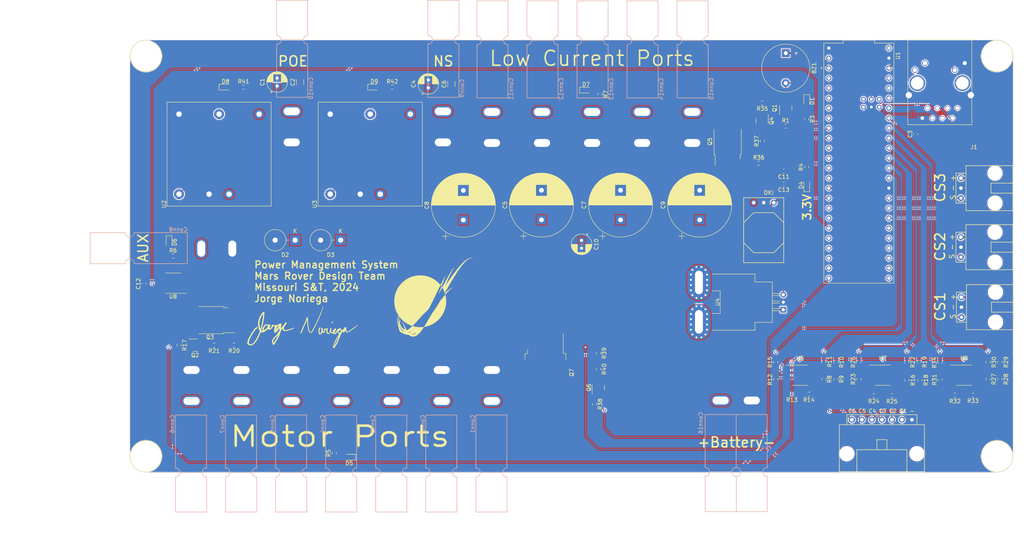
<source format=kicad_pcb>
(kicad_pcb (version 20221018) (generator pcbnew)
  (layers (0 "F.Cu" signal) (31 "B.Cu" signal) (34 "B.Paste" user) (35 "F.Paste" user) (36 "B.SilkS" user "B.Silkscreen") (37 "F.SilkS" user "F.Silkscreen") (38 "B.Mask" user) (39 "F.Mask" user) (44 "Edge.Cuts" user))
  (net 0 "")
  (net 1 "+3.3V")
  (net 2 "Net-(BZ1-+)")
  (net 3 "POE_24V")
  (net 4 "GND")
  (net 5 "Net-(C3-Pad2)")
  (net 6 "NS_24V")
  (net 7 "PV")
  (net 8 "Net-(U8-FILTER)")
  (net 9 "Motor_PWR")
  (net 10 "Aux_PWR")
  (net 11 "LowCurrent_PWR")
  (net 12 "+BATT")
  (net 13 "cell1")
  (net 14 "cell2")
  (net 15 "cell3")
  (net 16 "cell4")
  (net 17 "cell5")
  (net 18 "cell6")
  (net 19 "Net-(D1-A)")
  (net 20 "Net-(D4-A)")
  (net 21 "Net-(D5-A)")
  (net 22 "Net-(D6-A)")
  (net 23 "Net-(D7-A)")
  (net 24 "Net-(D8-A)")
  (net 25 "Net-(D9-A)")
  (net 27 "LED")
  (net 29 "TX+")
  (net 30 "TX-")
  (net 32 "RX+")
  (net 33 "RX-")
  (net 34 "CS3")
  (net 35 "Aux_Enable")
  (net 36 "Net-(Q2-D)")
  (net 37 "Net-(Q3-G)")
  (net 38 "Net-(Q3-D)")
  (net 39 "LowCurrent_Enable")
  (net 40 "Net-(Q4-D)")
  (net 41 "Net-(Q5-G)")
  (net 42 "Motor_Enable")
  (net 43 "Net-(Q6-D)")
  (net 44 "Net-(Q7-G)")
  (net 45 "Net-(U5B-+)")
  (net 46 "Net-(U5B--)")
  (net 47 "Cell6-SENSE")
  (net 48 "Net-(U5A-+)")
  (net 49 "Net-(U5A--)")
  (net 50 "Cell5-SENSE")
  (net 51 "Net-(U7B-+)")
  (net 52 "Net-(U7B--)")
  (net 53 "Cell4-SENSE")
  (net 54 "Net-(U7A-+)")
  (net 55 "Net-(U7A--)")
  (net 56 "Cell3-SENSE")
  (net 57 "Net-(U9B-+)")
  (net 58 "Net-(U9B--)")
  (net 59 "Cell2-SENSE")
  (net 60 "Net-(U9A-+)")
  (net 61 "Net-(U9A--)")
  (net 62 "Cell1-SENSE")
  (net 70 "NS_Enable")
  (net 71 "POE_Enable")
  (net 73 "CS_Aux")
  (net 79 "CURRENT_SENSE")
  (net 82 "CS2")
  (net 93 "CS1")
  (net 94 "Buzzer")
  (footprint "Resistor_SMD:R_0603_1608Metric_Pad0.98x0.95mm_HandSolder" (layer "F.Cu") (at 252.73 167.386 90)
    (fp_text reference "R26")
    (fp_text value "36.5k")
  )
  (footprint "Signatures:Jorge_Noriega_30mmx13.8mm" (layer "F.Cu") (at 111.128338 159.117966)
    (fp_text reference "G***" hide)
    (fp_text value "LOGO" hide)
  )
  (footprint "Resistor_SMD:R_0603_1608Metric_Pad0.98x0.95mm_HandSolder" (layer "F.Cu") (at 277.114 175.768 180)
    (fp_text reference "R32")
    (fp_text value "46.4k")
  )
  (footprint "Resistor_SMD:R_0603_1608Metric_Pad0.98x0.95mm_HandSolder" (layer "F.Cu") (at 228.2425 111.252 90)
    (fp_text reference "R37")
    (fp_text value "10K")
  )
  (footprint "Resistor_SMD:R_0603_1608Metric_Pad0.98x0.95mm_HandSolder" (layer "F.Cu") (at 285.531 167.386 90)
    (fp_text reference "R30")
    (fp_text value "36.5k")
  )
  (footprint "Resistor_SMD:R_0603_1608Metric_Pad0.98x0.95mm_HandSolder" (layer "F.Cu") (at 273.339 167.513 90)
    (fp_text reference "R34")
    (fp_text value "36.5k")
  )
  (footprint "Capacitor_SMD:C_1206_3216Metric_Pad1.33x1.80mm_HandSolder" (layer "F.Cu") (at 149.352 96.774 90)
    (fp_text reference "C6")
    (fp_text value "10uF")
  )
  (footprint "Package_TO_SOT_SMD:SOT-23" (layer "F.Cu") (at 84.4065 163.068)
    (fp_text reference "Q2")
    (fp_text value "BSS138")
  )
  (footprint "Resistor_SMD:R_0603_1608Metric_Pad0.98x0.95mm_HandSolder" (layer "F.Cu") (at 239.522 105.664 -90)
    (fp_text reference "R3")
    (fp_text value "100")
  )
  (footprint "Capacitor_THT:CP_Radial_D16.0mm_P7.50mm" (layer "F.Cu") (at 192.278 131.231509 90)
    (fp_text reference "C7")
    (fp_text value "1000uF")
  )
  (footprint "Resistor_SMD:R_0603_1608Metric_Pad0.98x0.95mm_HandSolder" (layer "F.Cu") (at 134.366 97.536)
    (fp_text reference "R42")
    (fp_text value "2k")
  )
  (footprint "Resistor_SMD:R_0603_1608Metric_Pad0.98x0.95mm_HandSolder" (layer "F.Cu") (at 119.634 190.5 90)
    (fp_text reference "R5")
    (fp_text value "3k")
  )
  (footprint "MRDT_Devices:PKE3316ZPI" (layer "F.Cu") (at 115.57 127.762 90)
    (fp_text reference "U3")
    (fp_text value "PKE3316ZPI")
  )
  (footprint "Capacitor_SMD:C_1206_3216Metric_Pad1.33x1.80mm_HandSolder" (layer "F.Cu") (at 110.998 96.266 90)
    (fp_text reference "C2")
    (fp_text value "10uF")
  )
  (footprint "Buzzer_Beeper:Buzzer_12x9.5RM7.6" (layer "F.Cu") (at 234.188 88.91 -90)
    (fp_text reference "BZ1")
    (fp_text value "Buzzer")
  )
  (footprint "MRDT_Drill_Holes:4_40_Hole" (layer "F.Cu") (at 71.882 191.262)
    (fp_text reference "V2" hide)
    (fp_text value "Via" hide)
  )
  (footprint "Sensor_Current:Allegro_CB_PFF" (layer "F.Cu") (at 233.567 154.046 90)
    (fp_text reference "U4")
    (fp_text value "ACS758xCB-200B-PFF")
  )
  (footprint "MRDT_Shields:Teensy_4_1_Ethernet" (layer "F.Cu") (at 252.73 116.84 -90)
    (fp_text reference "U1")
    (fp_text value "Teensy4.1_DEV-16771")
  )
  (footprint "Package_SO:SO-8_3.9x4.9mm_P1.27mm" (layer "F.Cu") (at 237.779 170.688)
    (fp_text reference "U5")
    (fp_text value "Opamp_Dual")
  )
  (footprint "Resistor_SMD:R_0603_1608Metric_Pad0.98x0.95mm_HandSolder" (layer "F.Cu") (at 235.747 175.514 180)
    (fp_text reference "R13")
    (fp_text value "46.4k")
  )
  (footprint "Capacitor_SMD:C_0603_1608Metric_Pad1.08x0.95mm_HandSolder" (layer "F.Cu") (at 233.68 118.872 180)
    (fp_text reference "C11")
    (fp_text value "10uF")
  )
  (footprint "LED_SMD:LED_0603_1608Metric_Pad1.05x0.95mm_HandSolder" (layer "F.Cu") (at 239.522 101.092 -90)
    (fp_text reference "D1")
    (fp_text value "Red")
  )
  (footprint "LED_SMD:LED_0603_1608Metric_Pad1.05x0.95mm_HandSolder" (layer "F.Cu") (at 123.444 191.516 180)
    (fp_text reference "D5")
    (fp_text value "Green")
  )
  (footprint "Package_TO_SOT_SMD:TO-263-6" (layer "F.Cu") (at 173.228 170.023 -90)
    (fp_text reference "Q7")
    (fp_text value "IPB180N10S4-02")
  )
  (footprint "Resistor_SMD:R_0603_1608Metric_Pad0.98x0.95mm_HandSolder" (layer "F.Cu") (at 231.648 171.704 90)
    (fp_text reference "R12")
    (fp_text value "36.5k")
  )
  (footprint "Resistor_SMD:R_0603_1608Metric_Pad0.98x0.95mm_HandSolder" (layer "F.Cu") (at 94.234 163.068 180)
    (fp_text reference "R20")
    (fp_text value "10K")
  )
  (footprint "Package_SO:SO-8_3.9x4.9mm_P1.27mm" (layer "F.Cu") (at 258.826 170.688)
    (fp_text reference "U7")
    (fp_text value "Opamp_Dual")
  )
  (footprint "Package_SO:SOIC-8_3.9x4.9mm_P1.27mm" (layer "F.Cu") (at 78.74 147.32 180)
    (fp_text reference "U8")
    (fp_text value "ACS725xLCTR-20AB")
  )
  (footprint "Resistor_SMD:R_0603_1608Metric_Pad0.98x0.95mm_HandSolder" (layer "F.Cu") (at 187.085 99.314 -90)
    (fp_text reference "R7")
    (fp_text value "3k")
  )
  (footprint "Resistor_SMD:R_0603_1608Metric_Pad0.98x0.95mm_HandSolder" (layer "F.Cu") (at 243.84 171.704 -90)
    (fp_text reference "R8")
    (fp_text value "36.5k")
  )
  (footprint "Resistor_SMD:R_0603_1608Metric_Pad0.98x0.95mm_HandSolder" (layer "F.Cu") (at 285.496 171.704 90)
    (fp_text reference "R27")
    (fp_text value "36.5k")
  )
  (footprint "Resistor_SMD:R_0603_1608Metric_Pad0.98x0.95mm_HandSolder" (layer "F.Cu") (at 288.544 167.386 -90)
    (fp_text reference "R29")
    (fp_text value "46.4k")
  )
  (footprint "MRDT_Connectors:RJ45_Teensy" (layer "F.Cu") (at 273.154 83.52 180)
    (fp_text reference "J1")
    (fp_text value "RJ45_LED_Shielded")
  )
  (footprint "Resistor_SMD:R_0603_1608Metric_Pad0.98x0.95mm_HandSolder" (layer "F.Cu") (at 268.005 167.3625 -90)
    (fp_text reference "R19")
    (fp_text value "46.4k")
  )
  (footprint "LED_SMD:LED_0603_1608Metric_Pad1.05x0.95mm_HandSolder" (layer "F.Cu") (at 239.522 122.428 90)
    (fp_text reference "D4")
    (fp_text value "Green")
  )
  (footprint "Resistor_SMD:R_0603_1608Metric_Pad0.98x0.95mm_HandSolder" (layer "F.Cu") (at 186.69 169.164 -90)
    (fp_text reference "R40")
    (fp_text value "10K")
  )
  (footprint "Capacitor_SMD:C_0603_1608Metric_Pad1.08x0.95mm_HandSolder" (layer "F.Cu") (at 71.374 147.4735 90)
    (fp_text reference "C12")
    (fp_text value "1nF")
  )
  (footprint "Resistor_SMD:R_0603_1608Metric_Pad0.98x0.95mm_HandSolder" (layer "F.Cu") (at 227.33 116.84)
    (fp_text reference "R36")
    (fp_text value "10K")
  )
  (footprint "Resistor_SMD:R_0603_1608Metric_Pad0.98x0.95mm_HandSolder" (layer "F.Cu") (at 228.2425 101.6 180)
    (fp_text reference "R35")
    (fp_text value "4.7K")
  )
  (footprint "MRDT_Devices:OKI_Horizontal" (layer "F.Cu") (at 226.06 126.873)
    (fp_text reference "U6" hide)
    (fp_text value "OKI")
  )
  (footprint "LED_SMD:LED_0603_1608Metric_Pad1.05x0.95mm_HandSolder" (layer "F.Cu") (at 183.529 98.298)
    (fp_text reference "D7")
    (fp_text value "Green")
  )
  (footprint "Package_TO_SOT_SMD:TO-252-2" (layer "F.Cu") (at 219.45 111.345 90)
    (fp_text reference "Q5")
    (fp_text value "SPD30P06PGBTMA1")
  )
  (footprint "MRDT_Connectors:MOLEX_SL_03_Horizontal" (layer "F.Cu") (at 278.765 150.876 -90)
    (fp_text reference "Conn20" hide)
    (fp_text value "Molex_SL_03")
  )
  (footprint "Resistor_SMD:R_0603_1608Metric_Pad0.98x0.95mm_HandSolder" (layer "F.Cu") (at 78.74 140.462)
    (fp_text reference "R6")
    (fp_text value "3k")
  )
  (footprint "Resistor_SMD:R_0603_1608Metric_Pad0.98x0.95mm_HandSolder" (layer "F.Cu") (at 89.154 163.068 180)
    (fp_text reference "R21")
    (fp_text value "10K")
  )
  (footprint "Package_TO_SOT_SMD:SOT-23" (layer "F.Cu") (at 186.624 173.8145 90)
    (fp_text reference "Q6")
    (fp_text value "BSS138")
  )
  (footprint "LED_SMD:LED_0603_1608Metric_Pad1.05x0.95mm_HandSolder" (layer "F.Cu") (at 92.061 97.536)
    (fp_text reference "D8")
    (fp_text value "Green")
  )
  (footprint "Resistor_SMD:R_0603_1608Metric_Pad0.98x0.95mm_HandSolder" (layer "F.Cu") (at 96.633 97.536)
    (fp_text reference "R41")
    (fp_text value "2k")
  )
  (footprint "Capacitor_THT:CP_Radial_D5.0mm_P2.00mm" (layer "F.Cu") (at 105.156 97.25 90)
    (fp_text reference "C1")
    (fp_text value "22uF")
  )
  (footprint "Resistor_SMD:R_0603_1608Metric_Pad0.98x0.95mm_HandSolder" (layer "F.Cu") (at 231.648 167.386 90)
    (fp_text reference "R15")
    (fp_text value "36.5k")
  )
  (footprint "Capacitor_SMD:C_0603_1608Metric_Pad1.08x0.95mm_HandSolder" (layer "F.Cu") (at 267.183 109.474 90)
    (fp_text reference "C3")
    (fp_text value "0.1uF")
  )
  (footprint "Resistor_SMD:R_0603_1608Metric_Pad0.98x0.95mm_HandSolder" (layer "F.Cu") (at 268.224 171.958 90)
    (fp_text reference "R18")
    (fp_text value "46.4k")
  )
  (footprint "Capacitor_SMD:C_0603_1608Metric_Pad1.08x0.95mm_HandSolder" (layer "F.Cu") (at 233.68 122.174 180)
    (fp_text reference "C13")
    (fp_text value "0.1uF")
  )
  (footprint "Resistor_SMD:R_0603_1608Metric_Pad0.98x0.95mm_HandSolder" (layer "F.Cu") (at 261.112 175.895 180)
    (fp_text reference "R25")
    (fp_text value "46.4k")
  )
  (footprint "Resistor_SMD:R_0603_1608Metric_Pad0.98x0.95mm_HandSolder" (layer "F.Cu") (at 281.686 175.768 180)
    (fp_text reference "R33")
    (fp_text value "46.4k")
  )
  (footprint "Resistor_SMD:R_0603_1608Metric_Pad0.98x0.95mm_HandSolder" (layer "F.Cu") (at 252.73 171.704 90)
    (fp_text reference "R23")
    (fp_text value "36.5k")
  )
  (footprint "Package_SO:SO-8_3.9x4.9mm_P1.27mm" (layer "F.Cu") (at 279.435 170.688)
    (fp_text reference "U9")
    (fp_text value "Opamp_Dual")
  )
  (footprint "LED_SMD:LED_0603_1608Metric_Pad1.05x0.95mm_HandSolder" (layer "F.Cu") (at 129.794 97.536)
    (fp_text reference "D9")
    (fp_text value "Green")
  )
  (footprint "MRDT_Drill_Holes:4_40_Hole" (layer "F.Cu") (at 71.882 89.662 90)
    (fp_text reference "V4" hide)
    (fp_text value "Via" hide)
  )
  (footprint "Resistor_SMD:R_0603_1608Metric_Pad0.98x0.95mm_HandSolder" (layer "F.Cu") (at 256.54 175.895 180)
    (fp_text reference "R24")
    (fp_text value "46.4k")
  )
  (footprint "Resistor_SMD:R_0603_1608Metric_Pad0.98x0.95mm_HandSolder" (layer "F.Cu") (at 273.339 171.831 90)
    (fp_text reference "R31")
    (fp_text value "36.5k")
  )
  (footprint "Capacitor_THT:CP_Radial_D16.0mm_P7.50mm" (layer "F.Cu") (at 172.212 131.231509 90)
    (fp_text reference "C5")
    (fp_text value "1000uF")
  )
  (footprint "Package_TO_SOT_SMD:TO-252-2" (layer "F.Cu") (at 88.314 156.718 180)
    (fp_text reference "Q3")
    (fp_text value "SPD30P06PGBTMA1")
  )
  (footprint "Resistor_SMD:R_0603_1608Metric_Pad0.98x0.95mm_HandSolder" (layer "F.Cu") (at 246.923 167.386 -90)
    (fp_text reference "R10")
    (fp_text value "46.4k")
  )
  (footprint "Resistor_SMD:R_0603_1608Metric_Pad0.98x0.95mm_HandSolder" (layer "F.Cu") (at 239.522 117.856 90)
    (fp_text reference "R4")
    (fp_text value "100")
  )
  (footprint "Capacitor_THT:CP_Radial_D16.0mm_P7.50mm" (layer "F.Cu") (at 152.4 131.274755 90)
    (fp_text reference "C8")
    (fp_text value "1000uF")
  )
  (footprint "Capacitor_THT:CP_Radial_D16.0mm_P7.50mm" (layer "F.Cu") (at 212.344 131.231509 90)
    (fp_text reference "C9")
    (fp_text value "1000uF")
  )
  (footprint "Diode_THT:D_DO-201_P5.08mm_Vertical_KathodeUp" (layer "F.Cu") (at 121.265 136.398 180)
    (fp_text reference "D3")
    (fp_text value "1.5KE36A+")
  )
  (footprint "Resistor_SMD:R_0603_1608Metric_Pad0.98x0.95mm_HandSolder" (layer "F.Cu") (at 186.69 165.1 -90)
    (fp_text reference "R39")
    (fp_text value "10K")
  )
  (footprint "Resistor_SMD:R_0603_1608Metric_Pad0.98x0.95mm_HandSolder" (layer "F.Cu") (at 243.84 167.386 90)
    (fp_text reference "R11")
    (fp_text value "36.5k")
  )
  (footprint "MRDT_Drill_Holes:4_40_Hole" (layer "F.Cu") (at 287.782 191.262)
    (fp_text reference "V1" hide)
    (fp_text value "Via" hide)
  )
  (footprint "MRDT_Silkscreens:0_MRDT_Logo_20mm" (layer "F.Cu") (at 144.887 150.876)
    (fp_text reference "G***" hide)
    (fp_text value "LOGO" hide)
  )
  (footprint "LED_SMD:LED_0603_1608Metric_Pad1.05x0.95mm_HandSolder" (layer "F.Cu") (at 77.724 136.906 -90)
    (fp_text reference "D6")
    (fp_text value "Green")
  )
  (footprint "Capacitor_THT:CP_Radial_D5.0mm_P2.00mm" (layer "F.Cu") (at 143.51 97.729113 90)
    (fp_text reference "C4")
    (fp_text value "22uF")
  )
  (footprint "Resistor_SMD:R_0603_1608Metric_Pad0.98x0.95mm_HandSolder" (layer "F.Cu") (at 240.065 175.514 180)
    (fp_text reference "R14")
    (fp_text value "46.4k")
  )
  (footprint "MRDT_Drill_Holes:4_40_Hole" (layer "F.Cu") (at 287.782 89.662)
    (fp_text reference "V3" hide)
    (fp_text value "Via" hide)
  )
  (footprint "Resistor_SMD:R_0603_1608Metric_Pad0.98x0.95mm_HandSolder" (layer "F.Cu") (at 80.264 163.068 -90)
    (fp_text reference "R17")
    (fp_text value "4.7K")
  )
  (footprint "Package_TO_SOT_SMD:SOT-23" (layer "F.Cu") (at 234.188 102.87 90)
    (fp_text reference "Q1")
    (fp_text value "BSS138")
  )
  (footprint "Resistor_SMD:R_0603_1608Metric_Pad0.98x0.95mm_HandSolder" (layer "F.Cu") (at 185.674 178.054 -90)
    (fp_text reference "R38")
    (fp_text value "4.7K")
  )
  (footprint "MRDT_Devices:PKE3316ZPI" (layer "F.Cu") (at 77.216 127.762 90)
    (fp_text reference "U2")
    (fp_text value "PKE3316ZPI")
  )
  (footprint "Resistor_SMD:R_0603_1608Metric_Pad0.98x0.95mm_HandSolder" (layer "F.Cu") (at 264.922 167.386 90)
    (fp_text reference "R22")
    (fp_text value "36.5k")
  )
  (footprint "Package_TO_SOT_SMD:SOT-23" (layer "F.Cu") (at 228.1765 106.0935 -90)
    (fp_text reference "Q4")
    (fp_text value "BSS138")
  )
  (footprint "Resistor_SMD:R_0603_1608Metric_Pad0.98x0.95mm_HandSolder" (layer "F.Cu") (at 288.544 171.704 90)
    (fp_text reference "R28")
    (fp_text value "46.4k")
  )
  (footprint "Capacitor_THT:CP_Radial_D5.0mm_P2.00mm" (layer "F.Cu") (at 182.372 136.458888 -90)
    (fp_text reference "C10")
    (fp_text value "10uF")
  )
  (footprint "MRDT_Connectors:MOLEX_SL_03_Horizontal" (layer "F.Cu") (at 278.638 120.65 -90)
    (fp_text reference "Conn18" hide)
    (fp_text value "Molex_SL_03")
  )
  (footprint "Resistor_SMD:R_0603_1608Metric_Pad0.98x0.95mm_HandSolder" (layer "F.Cu") (at 246.923 171.704 -90)
    (fp_text reference "R9")
    (fp_text value "46.4k")
  )
  (footprint "Diode_THT:D_DO-201_P5.08mm_Vertical_KathodeUp" (layer "F.Cu") (at 109.728 136.398 180)
    (fp_text reference "D2")
    (fp_text value "1.5KE36A+")
  )
  (footprint "Resistor_SMD:R_0603_1608Metric_Pad0.98x0.95mm_HandSolder" (layer "F.Cu") (at 234.188 107.442)
    (fp_text reference "R1")
    (fp_text value "4.7k")
  )
  (footprint "MRDT_Connectors:MOLEX_SL_03_Horizontal" (layer "F.Cu") (at 278.638 135.636 -90)
    (fp_text reference "Conn19" hide)
    (fp_text value "Molex_SL_03")
  )
  (footprint "MRDT_Connectors:MOLEX_SL_07_Horizontal" (layer "F.Cu") (at 266.192 181.991 180)
    (fp_text reference "Conn17" hide)
    (fp_text value "Molex_SL_07")
  )
  (footprint "Resistor_SMD:R_0603_1608Metric_Pad0.98x0.95mm_HandSolder" (layer "F.Cu") (at 264.922 171.958 90)
    (fp_text reference "R16")
    (fp_text value "36.5k")
  )
  (footprint "MRDT_Connectors:Square_Anderson_2_H_Stacked" (layer "B.Cu") (at 146.2557 103.9815 -90)
    (fp_text reference "Conn9")
    (fp_text value "AndersonPP")
  )
  (footprint "MRDT_Connectors:Square_Anderson_2_H_Stacked" (layer "B.Cu") (at 160.5763 176.9425 90)
    (fp_text reference "Conn1")
    (fp_text value "AndersonPP")
  )
  (footprint "MRDT_Connectors:Square_Anderson_2_H_Stacked" (layer "B.Cu") (at 147.8763 176.9425 90)
    (fp_text reference "Conn2")
    (fp_text value "AndersonPP")
  )
  (footprint "MRDT_Connectors:Square_Anderson_2_H_Stacked" (layer "B.Cu") (at 184.1017 104.14 -90)
    (fp_text reference "Conn13")
    (fp_text value "AndersonPP")
  )
  (footprint "MRDT_Connectors:Square_Anderson_2_H_Stacked" (layer "B.Cu") (at 122.4763 176.9425 90)
    (fp_text reference "Conn4")
    (fp_text value "AndersonPP")
  )
  (footprint "MRDT_Connectors:Square_Anderson_2_H_Stacked" (layer "B.Cu") (at 171.4017 104.14 -90)
    (fp_text reference "Conn12")
    (fp_text value "AndersonPP")
  )
  (footprint "MRDT_Connectors:Square_Anderson_2_H_Side_By_Side_PV" (layer "B.Cu") (at 225.852 176.9782 90)
    (fp_text reference "Conn16")
    (fp_text value "AndersonPP")
  )
  (footprint "MRDT_Connectors:Square_Anderson_2_H_Stacked" (layer "B.Cu") (at 84.3763 176.9425 90)
    (fp_text reference "Conn6")
    (fp_text value "AndersonPP")
  )
  (footprint "MRDT_Connectors:Square_Anderson_2_H_Stacked" (layer "B.Cu") (at 209.5017 104.14 -90)
    (fp_text reference "Conn15")
    (fp_text value "AndersonPP")
  )
  (footprint "MRDT_Connectors:Square_Anderson_2_H_Stacked" (layer "B.Cu") (at 109.7763 176.9425 90)
    (fp_text reference "Conn5")
    (fp_text value "AndersonPP")
  )
  (footprint "MRDT_Connectors:Square_Anderson_2_H_Stacked" (layer "B.Cu") (at 86.2015 139.4943)
    (fp_text reference "Conn8")
    (fp_text value "AndersonPP")
  )
  (footprint "MRDT_Connectors:Square_Anderson_2_H_Stacked" (layer "B.Cu") (at 135.1763 176.9425 90)
    (fp_text reference "Conn3")
    (fp_text value "AndersonPP")
  )
  (footprint "MRDT_Connectors:Square_Anderson_2_H_Stacked" (layer "B.Cu") (at 97.0763 176.9425 90)
    (fp_text reference "Conn7")
    (fp_text value "AndersonPP")
  )
  (footprint "MRDT_Connectors:Square_Anderson_2_H_Stacked" (layer "B.Cu") (at 196.8017 104.14 -90)
    (fp_text reference "Conn14")
    (fp_text value "AndersonPP")
  )
  (footprint "MRDT_Connectors:Square_Anderson_2_H_Stacked" (layer "B.Cu") (at 158.7017 104.14 -90)
    (fp_text reference "Conn11")
    (fp_text value "AndersonPP")
  )
  (footprint "MRDT_Connectors:Square_Anderson_2_H_Stacked" (layer "B.Cu") (at 107.9017 103.9815 -90)
    (fp_text reference "Conn10")
    (fp_text value "AndersonPP")
  )
  (gr_line (start 287.782 195.326) (end 71.882 195.326) (stroke (width 0.1)) (layer "Edge.Cuts"))
  (gr_line (start 67.818 191.262) (end 67.818 89.662) (stroke (width 0.1)) (layer "Edge.Cuts"))
  (gr_arc (start 67.818 89.662) (mid 69.008318 86.788318) (end 71.882 85.598) (stroke (width 0.1)) (layer "Edge.Cuts"))
  (gr_line (start 291.846 89.662) (end 291.846 191.262) (stroke (width 0.1)) (layer "Edge.Cuts"))
  (gr_arc (start 291.846 191.262) (mid 290.655682 194.135682) (end 287.782 195.326) (stroke (width 0.1)) (layer "Edge.Cuts"))
  (gr_arc (start 287.782 85.598) (mid 290.655682 86.788318) (end 291.846 89.662) (stroke (width 0.1)) (layer "Edge.Cuts"))
  (gr_line (start 71.882 85.598) (end 287.782 85.598) (stroke (width 0.1)) (layer "Edge.Cuts"))
  (gr_arc (start 71.882 195.326) (mid 69.008318 194.135682) (end 67.818 191.262) (stroke (width 0.1)) (layer "Edge.Cuts"))
  (gr_text "S - +" (at 277.114 141.224 90) (layer "F.SilkS") (effects (font (size 1.27 1.27) (thickness 0.1778)) (justify left bottom)))
  (gr_text "CS1\n" (at 274.828 157.226 90) (layer "F.SilkS") (effects (font (size 2.54 2.54) (thickness 0.381)) (justify left bottom)))
  (gr_text "Power Management System\nMars Rover Design Team\nMissouri S&T, 2024\nJorge Noriega" (at 99.190338 152.259966) (layer "F.SilkS") (effects (font (size 1.778 1.778) (thickness 0.3048) bold) (justify left bottom)))
  (gr_text "S - +" (at 277.368 156.464 90) (layer "F.SilkS") (effects (font (size 1.27 1.27) (thickness 0.1778)) (justify left bottom)))
  (gr_text "+Battery-" (at 211.582 189.23) (layer "F.SilkS") (effects (font (size 2.54 2.54) (thickness 0.381)) (justify left bottom)))
  (gr_text "Motor Ports" (at 92.71 189.23) (layer "F.SilkS") (effects (font (size 5.08 6.35) (thickness 0.635)) (justify left bottom)))
  (gr_text "S - +" (at 277.368 126.238 90) (layer "F.SilkS") (effects (font (size 1.27 1.27) (thickness 0.1778)) (justify left bottom)))
  (gr_text "AUX" (at 72.644 142.24 90) (layer "F.SilkS") (effects (font (size 2.54 2.54) (thickness 0.381)) (justify left bottom)))
  (gr_text "CS3" (at 274.828 127 90) (layer "F.SilkS") (effects (font (size 2.54 2.54) (thickness 0.381)) (justify left bottom)))
  (gr_text "C6 C5 C4 C3 C2 C1 -" (at 249.936 180.34) (layer "F.SilkS") (effects (font (size 0.95885 0.95885) (thickness 0.1524)) (justify left bottom)))
  (gr_text "3.3V" (at 240.792 131.572 90) (layer "F.SilkS") (effects (font (size 2.032 2.032) (thickness 0.381)) (justify left bottom)))
  (gr_text "POE" (at 105.156 92.456) (layer "F.SilkS") (effects (font (size 2.54 2.54) (thickness 0.381)) (justify left bottom)))
  (gr_text "Low Current Ports" (at 158.75 92.456) (layer "F.SilkS") (effects (font (size 3.81 3.81) (thickness 0.381)) (justify left bottom)))
  (gr_text "CS2\n" (at 274.828 141.986 90) (layer "F.SilkS") (effects (font (size 2.54 2.54) (thickness 0.381)) (justify left bottom)))
  (gr_text "NS" (at 144.526 92.456) (layer "F.SilkS") (effects (font (size 2.54 2.54) (thickness 0.381)) (justify left bottom)))
  (segment (start 290.83 155.702) (end 290.83 156.718) (width 0.508) (layer "F.Cu") (net 1))
  (segment (start 249.5315 106.5765) (end 251.46 104.648) (width 0.508) (layer "F.Cu") (net 1))
  (segment (start 279.908 88.9) (end 264.16 88.9) (width 0.508) (layer "F.Cu") (net 1))
  (segment (start 278.765 150.876) (end 284.607 150.876) (width 0.508) (layer "F.Cu") (net 1))
  (segment (start 249.0705 116.9435) (end 251.46 114.554) (width 0.508) (layer "F.Cu") (net 1))
  (segment (start 234.696 194.056) (end 277.622 194.056) (width 0.508) (layer "F.Cu") (net 1))
  (segment (start 278.638 135.636) (end 284.099 135.636) (width 0.508) (layer "F.Cu") (net 1))
  (segment (start 230.754 154.046) (end 228.854 152.146) (width 0.508) (layer "F.Cu") (net 1))
  (segment (start 290.83 125.73) (end 290.83 99.822) (width 0.508) (layer "F.Cu") (net 1))
  (segment (start 277.622 194.056) (end 290.83 180.848) (width 0.508) (layer "F.Cu") (net 1))
  (segment (start 290.83 99.822) (end 279.908 88.9) (width 0.508) (layer "F.Cu") (net 1))
  (segment (start 239.522 116.9435) (end 249.0705 116.9435) (width 0.508) (layer "F.Cu") (net 1))
  (segment (start 251.46 104.648) (end 251.46 114.554) (width 0.508) (layer "F.Cu") (net 1))
  (segment (start 290.83 180.848) (end 290.83 155.956) (width 0.508) (layer "F.Cu") (net 1))
  (segment (start 234.198 88.9) (end 234.188 88.91) (width 0.508) (layer "F.Cu") (net 1))
  (segment (start 231.267 126.873) (end 234.5425 123.5975) (width 0.508) (layer "F.Cu") (net 1))
  (segment (start 239.522 106.5765) (end 249.5315 106.5765) (width 0.508) (layer "F.Cu") (net 1))
  (segment (start 284.353 120.65) (end 289.687 125.984) (width 0.508) (layer "F.Cu") (net 1))
  (segment (start 234.5425 118.872) (end 234.5425 122.174) (width 0.508) (layer "F.Cu") (net 1))
  (segment (start 228.854 188.214) (end 223.012 194.056) (width 0.508) (layer "F.Cu") (net 1))
  (segment (start 228.854 188.214) (end 234.696 194.056) (width 0.508) (layer "F.Cu") (net 1))
  (segment (start 76.454 149.414) (end 76.265 149.225) (width 0.508) (layer "F.Cu") (net 1))
  (segment (start 231.14 126.873) (end 228.854 129.159) (width 0.508) (layer "F.Cu") (net 1))
  (segment (start 290.83 155.702) (end 290.83 140.97) (width 0.508) (layer "F.Cu") (net 1))
  (segment (start 278.638 120.65) (end 284.353 120.65) (width 0.508) (layer "F.Cu") (net 1))
  (segment (start 264.16 88.9) (end 254 88.9) (width 0.508) (layer "F.Cu") (net 1))
  (segment (start 231.14 126.873) (end 231.267 126.873) (width 0.508) (layer "F.Cu") (net 1))
  (segment (start 254 88.9) (end 234.198 88.9) (width 0.508) (layer "F.Cu") (net 1))
  (segment (start 233.567 154.046) (end 230.754 154.046) (width 0.508) (layer "F.Cu") (net 1))
  (segment (start 264.16 88.9) (end 260.35 92.71) (width 0.508) (layer "F.Cu") (net 1))
  (segment (start 228.854 152.146) (end 228.854 188.214) (width 0.508) (layer "F.Cu") (net 1))
  (segment (start 234.5425 123.5975) (end 234.5425 122.174) (width 0.508) (layer "F.Cu") (net 1))
  (segment (start 290.957 142.494) (end 289.687 141.224) (width 0.508) (layer "F.Cu") (net 1))
  (segment (start 290.957 127.254) (end 289.687 125.984) (width 0.508) (layer "F.Cu") (net 1))
  (segment (start 284.607 150.876) (end 290.957 157.226) (width 0.508) (layer "F.Cu") (net 1))
  (segment (start 247.65 123.19) (end 245.11 123.19) (width 0.508) (layer "F.Cu") (net 1))
  (segment (start 223.012 194.056) (end 81.788 194.056) (width 0.508) (layer "F.Cu") (net 1))
  (segment (start 251.46 114.554) (end 251.46 119.38) (width 0.508) (layer "F.Cu") (net 1))
  (segment (start 76.454 188.722) (end 76.454 149.414) (width 0.508) (layer "F.Cu") (net 1))
  (segment (start 251.46 91.44) (end 251.46 104.648) (width 0.508) (layer "F.Cu") (net 1))
  (segment (start 284.099 135.636) (end 289.687 141.224) (width 0.508) (layer "F.Cu") (net 1))
  (segment (start 228.854 129.159) (end 228.854 153.67) (width 0.508) (layer "F.Cu") (net 1))
  (segment (start 254 88.9) (end 251.46 91.44) (width 0.508) (layer "F.Cu") (net 1))
  (segment (start 251.46 119.38) (end 247.65 123.19) (width 0.508) (layer "F.Cu") (net 1))
  (segment (start 290.83 140.97) (end 290.83 125.73) (width 0.508) (layer "F.Cu") (net 1))
  (segment (start 81.788 194.056) (end 76.454 188.722) (width 0.508) (layer "F.Cu") (net 1))
  (segment (start 239.522 100.217) (end 235.815 96.51) (width 0.25) (layer "F.Cu") (net 2))
  (segment (start 234.188 96.51) (end 234.188 101.9325) (width 0.254) (layer "F.Cu") (net 2))
  (segment (start 235.815 96.51) (end 234.188 96.51) (width 0.25) (layer "F.Cu") (net 2))
  (segment (start 264.8185 172.593) (end 264.922 172.4895) (width 0.254) (layer "F.Cu") (net 4))
  (segment (start 273.2525 108.6115) (end 276.454 105.41) (width 0.25) (layer "F.Cu") (net 5))
  (segment (start 267.183 108.6115) (end 273.2525 108.6115) (width 0.25) (layer "F.Cu") (net 5))
  (segment (start 276.454 105.41) (end 275.844 105.41) (width 0.25) (layer "B.Cu") (net 5))
  (segment (start 273.304 102.87) (end 272.644 102.87) (width 0.25) (layer "B.Cu") (net 5))
  (segment (start 275.844 105.41) (end 273.304 102.87) (width 0.25) (layer "B.Cu") (net 5))
  (segment (start 237.744 166.624) (end 239.903 168.783) (width 0.254) (layer "F.Cu") (net 7))
  (segment (start 239.903 168.783) (end 240.354 168.783) (width 0.254) (layer "F.Cu") (net 7))
  (segment (start 258.826 166.624) (end 260.985 168.783) (width 0.254) (layer "F.Cu") (net 7))
  (segment (start 260.985 168.783) (end 261.401 168.783) (width 0.254) (layer "F.Cu") (net 7))
  (segment (start 279.4 166.624) (end 281.559 168.783) (width 0.254) (layer "F.Cu") (net 7))
  (segment (start 281.559 168.783) (end 282.01 168.783) (width 0.254) (layer "F.Cu") (net 7))
  (via (at 183.388 163.576) (size 0.8) (drill 0.4) (layers "F.Cu" "B.Cu") (net 7))
  (via (at 279.4 166.624) (size 0.8) (drill 0.4) (layers "F.Cu" "B.Cu") (net 7))
  (via (at 258.826 166.624) (size 0.8) (drill 0.4) (layers "F.Cu" "B.Cu") (net 7))
  (via (at 237.744 166.624) (size 0.8) (drill 0.4) (layers "F.Cu" "B.Cu") (net 7))
  (segment (start 229.616 189.484) (end 186.69 189.484) (width 0.25) (layer "B.Cu") (net 7))
  (segment (start 183.388 186.182) (end 183.388 163.576) (width 0.25) (layer "B.Cu") (net 7))
  (segment (start 237.744 166.624) (end 234.696 166.624) (width 0.25) (layer "B.Cu") (net 7))
  (segment (start 279.4 166.624) (end 258.826 166.624) (width 0.254) (layer "B.Cu") (net 7))
  (segment (start 258.826 166.624) (end 237.744 166.624) (width 0.254) (layer "B.Cu") (net 7))
  (segment (start 232.918 186.182) (end 229.616 189.484) (width 0.25) (layer "B.Cu") (net 7))
  (segment (start 232.918 168.402) (end 232.918 186.182) (width 0.25) (layer "B.Cu") (net 7))
  (segment (start 234.696 166.624) (end 232.918 168.402) (width 0.25) (layer "B.Cu") (net 7))
  (segment (start 186.69 189.484) (end 183.388 186.182) (width 0.25) (layer "B.Cu") (net 7))
  (segment (start 76.265 146.685) (end 71.448 146.685) (width 0.254) (layer "F.Cu") (net 8))
  (segment (start 71.448 146.685) (end 71.374 146.611) (width 0.254) (layer "F.Cu") (net 8))
  (segment (start 263.779 181.991) (end 263.652 181.991) (width 0.254) (layer "F.Cu") (net 13))
  (segment (start 277.2245 176.57) (end 275.717676 176.57) (width 0.254) (layer "F.Cu") (net 13))
  (segment (start 273.304 162.56) (end 271.018 164.846) (width 0.254) (layer "F.Cu") (net 13))
  (segment (start 278.0265 175.768) (end 277.2245 176.57) (width 0.254) (layer "F.Cu") (net 13))
  (segment (start 271.018 164.846) (end 271.018 174.752) (width 0.254) (layer "F.Cu") (net 13))
  (segment (start 269.24 176.53) (end 269.2 176.57) (width 0.254) (layer "F.Cu") (net 13))
  (segment (start 288.544 166.4735) (end 288.544 164.592) (width 0.254) (layer "F.Cu") (net 13))
  (segment (start 275.677676 176.53) (end 269.24 176.53) (width 0.254) (layer "F.Cu") (net 13))
  (segment (start 275.717676 176.57) (end 275.677676 176.53) (width 0.254) (layer "F.Cu") (net 13))
  (segment (start 271.018 174.752) (end 263.779 181.991) (width 0.254) (layer "F.Cu") (net 13))
  (segment (start 286.512 162.56) (end 273.304 162.56) (width 0.254) (layer "F.Cu") (net 13))
  (segment (start 288.544 164.592) (end 286.512 162.56) (width 0.254) (layer "F.Cu") (net 13))
  (segment (start 261.112 176.8075) (end 261.112 181.991) (width 0.254) (layer "F.Cu") (net 14))
  (segment (start 262.763 183.642) (end 261.112 181.991) (width 0.254) (layer "F.Cu") (net 14))
  (segment (start 288.544 172.6165) (end 288.544 177.546) (width 0.254) (layer "F.Cu") (net 14))
  (segment (start 262.0245 175.895) (end 261.112 176.8075) (width 0.254) (layer "F.Cu") (net 14))
  (segment (start 288.544 177.546) (end 282.448 183.642) (width 0.254) (layer "F.Cu") (net 14))
  (segment (start 282.448 183.642) (end 262.763 183.642) (width 0.254) (layer "F.Cu") (net 14))
  (segment (start 257.683 175.895) (end 258.572 176.784) (width 0.254) (layer "F.Cu") (net 15))
  (segment (start 258.572 176.784) (end 258.572 181.991) (width 0.254) (layer "F.Cu") (net 15))
  (segment (start 268.005 164.627) (end 265.938 162.56) (width 0.254) (layer "F.Cu") (net 15))
  (segment (start 252.984 162.56) (end 250.444 165.1) (width 0.254) (layer "F.Cu") (net 15))
  (segment (start 250.444 173.863) (end 258.572 181.991) (width 0.254) (layer "F.Cu") (net 15))
  (segment (start 265.938 162.56) (end 252.984 162.56) (width 0.254) (layer "F.Cu") (net 15))
  (segment (start 257.4525 175.895) (end 257.683 175.895) (width 0.254) (layer "F.Cu") (net 15))
  (segment (start 268.005 166.45) (end 268.005 164.627) (width 0.254) (layer "F.Cu") (net 15))
  (segment (start 250.444 165.1) (end 250.444 173.863) (width 0.254) (layer "F.Cu") (net 15))
  (segment (start 263.652 179.832) (end 268.224 175.26) (width 0.254) (layer "F.Cu") (net 16))
  (segment (start 245.32975 179.86625) (end 240.9775 175.514) (width 0.254) (layer "F.Cu") (net 16))
  (segment (start 268.224 175.26) (end 268.224 172.8705) (width 0.254) (layer "F.Cu") (net 16))
  (via (at 245.32975 179.86625) (size 0.8) (drill 0.4) (layers "F.Cu" "B.Cu") (net 16))
  (via (at 263.652 179.832) (size 0.8) (drill 0.4) (layers "F.Cu" "B.Cu") (net 16))
  (segment (start 258.191 179.832) (end 256.032 181.991) (width 0.254) (layer "B.Cu") (net 16))
  (segment (start 245.364 179.832) (end 253.873 179.832) (width 0.254) (layer "B.Cu") (net 16))
  (segment (start 253.873 179.832) (end 256.032 181.991) (width 0.254) (layer "B.Cu") (net 16))
  (segment (start 263.652 179.832) (end 258.191 179.832) (width 0.254) (layer "B.Cu") (net 16))
  (segment (start 245.32975 179.86625) (end 245.364 179.832) (width 0.254) (layer "B.Cu") (net 16))
  (segment (start 236.6595 175.514) (end 244.7875 183.642) (width 0.254) (layer "F.Cu") (net 17))
  (segment (start 246.923 166.4735) (end 249.682 169.2325) (width 0.254) (layer "F.Cu") (net 17))
  (segment (start 249.682 178.181) (end 253.492 181.991) (width 0.254) (layer "F.Cu") (net 17))
  (segment (start 249.682 169.2325) (end 249.682 178.181) (width 0.254) (layer "F.Cu") (net 17))
  (segment (start 244.7875 183.642) (end 251.841 183.642) (width 0.254) (layer "F.Cu") (net 17))
  (segment (start 251.841 183.642) (end 253.492 181.991) (width 0.254) (layer "F.Cu") (net 17))
  (segment (start 248.412 179.451) (end 250.952 181.991) (width 0.254) (layer "F.Cu") (net 18))
  (segment (start 246.923 170.7915) (end 248.412 172.2805) (width 0.254) (layer "F.Cu") (net 18))
  (segment (start 248.412 172.2805) (end 248.412 179.451) (width 0.254) (layer "F.Cu") (net 18))
  (segment (start 239.522 101.967) (end 239.522 104.7515) (width 0.25) (layer "F.Cu") (net 19))
  (segment (start 239.522 118.7685) (end 239.522 121.553) (width 0.254) (layer "F.Cu") (net 20))
  (segment (start 122.4655 191.4125) (end 122.569 191.516) (width 0.254) (layer "F.Cu") (net 21))
  (segment (start 119.634 191.4125) (end 122.4655 191.4125) (width 0.254) (layer "F.Cu") (net 21))
  (segment (start 77.724 137.781) (end 77.724 140.5655) (width 0.254) (layer "F.Cu") (net 22))
  (segment (start 187.1885 98.298) (end 184.404 98.298) (width 0.254) (layer "F.Cu") (net 23))
  (segment (start 95.7205 97.536) (end 92.936 97.536) (width 0.25) (layer "F.Cu") (net 24))
  (segment (start 133.4535 97.536) (end 130.669 97.536) (width 0.25) (layer "F.Cu") (net 25))
  (segment (start 274.249 90.415) (end 277.064 93.23) (width 0.25) (layer "F.Cu") (net 27))
  (segment (start 266.963 90.415) (end 274.249 90.415) (width 0.25) (layer "F.Cu") (net 27))
  (segment (start 255.9 100.6) (end 255.9 98.315484) (width 0.25) (layer "F.Cu") (net 27))
  (segment (start 263.398 93.98) (end 266.963 90.415) (width 0.25) (layer "F.Cu") (net 27))
  (segment (start 255.9 98.315484) (end 260.235484 93.98) (width 0.25) (layer "F.Cu") (net 27))
  (segment (start 260.235484 93.98) (end 263.398 93.98) (width 0.25) (layer "F.Cu") (net 27))
  (segment (start 273.914 106.68) (end 257.98 106.68) (width 0.2) (layer "F.Cu") (net 29))
  (segment (start 277.724 102.87) (end 273.914 106.68) (width 0.2) (layer "F.Cu") (net 29))
  (segment (start 257.98 106.68) (end 253.9 102.6) (width 0.2) (layer "F.Cu") (net 29))
  (segment (start 267.832 101.204) (end 267.832 102.186982) (width 0.2) (layer "F.Cu") (net 30))
  (segment (start 267.232 101.504) (end 267.232 100.820993) (width 0.2) (layer "F.Cu") (net 30))
  (segment (start 267.232 102.186982) (end 267.232 101.504) (width 0.2) (layer "F.Cu") (net 30))
  (segment (start 273.818 101.504) (end 268.732 101.504) (width 0.2) (layer "F.Cu") (net 30))
  (segment (start 254.804 101.504) (end 253.9 100.6) (width 0.2) (layer "F.Cu") (net 30))
  (segment (start 275.184 102.87) (end 273.818 101.504) (width 0.2) (layer "F.Cu") (net 30))
  (segment (start 264.992202 101.504) (end 254.804 101.504) (width 0.2) (layer "F.Cu") (net 30))
  (segment (start 266.332 101.504) (end 264.992202 101.504) (width 0.2) (layer "F.Cu") (net 30))
  (segment (start 267.832 100.820993) (end 267.832 101.204) (width 0.2) (layer "F.Cu") (net 30))
  (segment (start 266.632 100.820993) (end 266.632 101.204) (width 0.2) (layer "F.Cu") (net 30))
  (segment (start 268.432 101.204) (end 268.432 100.820993) (width 0.2) (layer "F.Cu") (net 30))
  (arc (start 268.132 100.520993) (mid 267.919868 100.608861) (end 267.832 100.820993) (width 0.2) (layer "F.Cu") (net 30))
  (arc (start 268.732 101.504) (mid 268.519868 101.416132) (end 268.432 101.204) (width 0.2) (layer "F.Cu") (net 30))
  (arc (start 267.232 100.820993) (mid 267.144132 100.608861) (end 266.932 100.520993) (width 0.2) (layer "F.Cu") (net 30))
  (arc (start 266.932 100.520993) (mid 266.719868 100.608861) (end 266.632 100.820993) (width 0.2) (layer "F.Cu") (net 30))
  (arc (start 268.432 100.820993) (mid 268.344132 100.608861) (end 268.132 100.520993) (width 0.2) (layer "F.Cu") (net 30))
  (arc (start 266.632 101.204) (mid 266.544132 101.416132) (end 266.332 101.504) (width 0.2) (layer "F.Cu") (net 30))
  (arc (start 267.532 102.486982) (mid 267.319868 102.399114) (end 267.232 102.186982) (width 0.2) (layer "F.Cu") (net 30))
  (arc (start 267.832 102.186982) (mid 267.744132 102.399114) (end 267.532 102.486982) (width 0.2) (layer "F.Cu") (net 30))
  (segment (start 259.216 101.916) (end 257.9 100.6) (width 0.2) (layer "B.Cu") (net 32))
  (segment (start 273.914 105.41) (end 270.42 101.916) (width 0.2) (layer "B.Cu") (net 32))
  (segment (start 270.42 101.916) (end 259.216 101.916) (width 0.2) (layer "B.Cu") (net 32))
  (segment (start 270.358 104.394) (end 271.374 105.41) (width 0.2) (layer "B.Cu") (net 33))
  (segment (start 266.076 104.694) (end 266.076 103.960921) (width 0.2) (layer "B.Cu") (net 33))
  (segment (start 265.476 104.694) (end 265.476 104.827079) (width 0.2) (layer "B.Cu") (net 33))
  (segment (start 267.276 104.827104) (end 267.276 104.694) (width 0.2) (layer "B.Cu") (net 33))
  (segment (start 257.9 102.6) (end 259.694 104.394) (width 0.2) (layer "B.Cu") (net 33))
  (segment (start 266.076 104.827079) (end 266.076 104.694) (width 0.2) (layer "B.Cu") (net 33))
  (segment (start 266.676 104.394) (end 266.676 104.827104) (width 0.2) (layer "B.Cu") (net 33))
  (segment (start 268.369104 104.394) (end 270.358 104.394) (width 0.2) (layer "B.Cu") (net 33))
  (segment (start 267.576 104.394) (end 268.369104 104.394) (width 0.2) (layer "B.Cu") (net 33))
  (segment (start 259.694 104.394) (end 265.176 104.394) (width 0.2) (layer "B.Cu") (net 33))
  (segment (start 266.676 103.960921) (end 266.676 104.394) (width 0.2) (layer "B.Cu") (net 33))
  (arc (start 266.676 104.827104) (mid 266.763868 105.039236) (end 266.976 105.127104) (width 0.2) (layer "B.Cu") (net 33))
  (arc (start 265.476 104.827079) (mid 265.563868 105.039211) (end 265.776 105.127079) (width 0.2) (layer "B.Cu") (net 33))
  (arc (start 266.376 103.660921) (mid 266.588132 103.748789) (end 266.676 103.960921) (width 0.2) (layer "B.Cu") (net 33))
  (arc (start 266.976 105.127104) (mid 267.188132 105.039236) (end 267.276 104.827104) (width 0.2) (layer "B.Cu") (net 33))
  (arc (start 265.776 105.127079) (mid 265.988132 105.039211) (end 266.076 104.827079) (width 0.2) (layer "B.Cu") (net 33))
  (arc (start 266.076 103.960921) (mid 266.163868 103.748789) (end 266.376 103.660921) (width 0.2) (layer "B.Cu") (net 33))
  (arc (start 265.176 104.394) (mid 265.388132 104.481868) (end 265.476 104.694) (width 0.2) (layer "B.Cu") (net 33))
  (arc (start 267.276 104.694) (mid 267.363868 104.481868) (end 267.576 104.394) (width 0.2) (layer "B.Cu") (net 33))
  (segment (start 278.638 125.73) (end 260.35 125.73) (width 0.254) (layer "F.Cu") (net 34))
  (segment (start 79.1445 162.1555) (end 77.724 163.576) (width 0.254) (layer "F.Cu") (net 35))
  (segment (start 83.469 162.118) (end 80.3015 162.118) (width 0.254) (layer "F.Cu") (net 35))
  (segment (start 235.712 167.386) (end 238.76 164.338) (width 0.254) (layer "F.Cu") (net 35))
  (segment (start 238.76 149.86) (end 245.11 143.51) (width 0.254) (layer "F.Cu") (net 35))
  (segment (start 80.3015 162.118) (end 80.264 162.1555) (width 0.254) (layer "F.Cu") (net 35))
  (segment (start 80.264 162.1555) (end 79.1445 162.1555) (width 0.254) (layer "F.Cu") (net 35))
  (segment (start 238.76 164.338) (end 238.76 149.86) (width 0.254) (layer "F.Cu") (net 35))
  (via (at 235.712 167.386) (size 0.8) (drill 0.4) (layers "F.Cu" "B.Cu") (net 35))
  (via (at 77.724 163.576) (size 0.8) (drill 0.4) (layers "F.Cu" "B.Cu") (net 35))
  (segment (start 235.712 167.386) (end 235.712 186.69) (width 0.254) (layer "B.Cu") (net 35))
  (segment (start 77.724 187.96) (end 77.724 163.576) (width 0.254) (layer "B.Cu") (net 35))
  (segment (start 82.55 192.786) (end 77.724 187.96) (width 0.254) (layer "B.Cu") (net 35))
  (segment (start 229.616 192.786) (end 82.55 192.786) (width 0.254) (layer "B.Cu") (net 35))
  (segment (start 235.712 186.69) (end 229.616 192.786) (width 0.254) (layer "B.Cu") (net 35))
  (segment (start 88.2415 163.068) (end 85.344 163.068) (width 0.254) (layer "F.Cu") (net 36))
  (segment (start 93.354 158.998) (end 93.354 163.0355) (width 0.254) (layer "F.Cu") (net 37))
  (segment (start 93.3215 163.068) (end 90.0665 163.068) (width 0.254) (layer "F.Cu") (net 37))
  (segment (start 93.354 163.0355) (end 93.3215 163.068) (width 0.254) (layer "F.Cu") (net 37))
  (segment (start 229.155 105.1275) (end 229.1265 105.156) (width 0.254) (layer "F.Cu") (net 39))
  (segment (start 229.1265 105.1745) (end 234.442 110.49) (width 0.254) (layer "F.Cu") (net 39))
  (segment (start 234.442 110.49) (end 245.11 110.49) (width 0.254) (layer "F.Cu") (net 39))
  (segment (start 229.1265 105.156) (end 229.1265 105.1745) (width 0.254) (layer "F.Cu") (net 39))
  (segment (start 229.155 101.6) (end 229.155 105.1275) (width 0.254) (layer "F.Cu") (net 39))
  (segment (start 228.1765 110.2735) (end 228.1765 107.031) (width 0.254) (layer "F.Cu") (net 40))
  (segment (start 228.2425 110.3395) (end 228.1765 110.2735) (width 0.254) (layer "F.Cu") (net 40))
  (segment (start 227.33 114.3) (end 228.2425 113.3875) (width 0.254) (layer "F.Cu") (net 41))
  (segment (start 228.2425 116.84) (end 228.2425 112.1645) (width 0.254) (layer "F.Cu") (net 41))
  (segment (start 217.17 116.385) (end 219.255 114.3) (width 0.254) (layer "F.Cu") (net 41))
  (segment (start 219.255 114.3) (end 227.33 114.3) (width 0.254) (layer "F.Cu") (net 41))
  (segment (start 228.2425 113.3875) (end 228.2425 112.1645) (width 0.254) (layer "F.Cu") (net 41))
  (segment (start 185.674 177.1415) (end 185.674 174.752) (width 0.254) (layer "F.Cu") (net 42))
  (segment (start 185.674 177.1415) (end 188.1105 179.578) (width 0.254) (layer "F.Cu") (net 42))
  (segment (start 188.1105 179.578) (end 188.214 179.578) (width 0.254) (layer "F.Cu") (net 42))
  (via (at 188.214 179.578) (size 0.8) (drill 0.4) (layers "F.Cu" "B.Cu") (net 42))
  (segment (start 245.11 146.05) (end 245.11 146.304) (width 0.254) (layer "B.Cu") (net 42))
  (segment (start 229.87 161.544) (end 229.87 184.658) (width 0.254) (layer "B.Cu") (net 42))
  (segment (start 188.214 184.15) (end 188.214 179.578) (width 0.254) (layer "B.Cu") (net 42))
  (segment (start 228.092 186.436) (end 190.5 186.436) (width 0.254) (layer "B.Cu") (net 42))
  (segment (start 245.11 146.304) (end 229.87 161.544) (width 0.254) (layer "B.Cu") (net 42))
  (segment (start 229.87 184.658) (end 228.092 186.436) (width 0.254) (layer "B.Cu") (net 42))
  (segment (start 190.5 186.436) (end 188.214 184.15) (width 0.254) (layer "B.Cu") (net 42))
  (segment (start 186.69 172.811) (end 186.624 172.877) (width 0.254) (layer "F.Cu") (net 43))
  (segment (start 186.69 170.0765) (end 186.69 172.811) (width 0.254) (layer "F.Cu") (net 43))
  (segment (start 180.273 165.608) (end 186.2855 165.608) (width 0.254) (layer "F.Cu") (net 44))
  (segment (start 186.2855 165.608) (end 186.69 166.0125) (width 0.254) (layer "F.Cu") (net 44))
  (segment (start 177.038 162.373) (end 180.273 165.608) (width 0.254) (layer "F.Cu") (net 44))
  (segment (start 186.69 166.0125) (end 186.69 168.2515) (width 0.254) (layer "F.Cu") (net 44))
  (segment (start 243.84 172.6165) (end 246.923 172.6165) (width 0.254) (layer "F.Cu") (net 45))
  (segment (start 243.8165 172.593) (end 243.84 172.6165) (width 0.254) (layer "F.Cu") (net 45))
  (segment (start 240.354 172.593) (end 243.8165 172.593) (width 0.254) (layer "F.Cu") (net 45))
  (segment (start 246.923 168.2985) (end 243.84 168.2985) (width 0.254) (layer "F.Cu") (net 46))
  (segment (start 240.8155 171.323) (end 240.354 171.323) (width 0.254) (layer "F.Cu") (net 46))
  (segment (start 243.84 168.2985) (end 240.8155 171.323) (width 0.254) (layer "F.Cu") (net 46))
  (segment (start 240.799676 170.053) (end 243.84 167.012676) (width 0.254) (layer "F.Cu") (net 47))
  (segment (start 243.84 166.4735) (end 243.84 164.592) (width 0.254) (layer "F.Cu") (net 47))
  (segment (start 240.354 170.053) (end 240.799676 170.053) (width 0.254) (layer "F.Cu") (net 47))
  (segment (start 243.84 167.012676) (end 243.84 166.4735) (width 0.254) (layer "F.Cu") (net 47))
  (via (at 243.84 164.592) (size 0.8) (drill 0.4) (layers "F.Cu" "B.Cu") (net 47))
  (segment (start 243.84 164.592) (end 248.412 160.02) (width 0.254) (layer "B.Cu") (net 47))
  (segment (start 262.89 160.02) (end 264.16 158.75) (width 0.254) (layer "B.Cu") (net 47))
  (segment (start 248.412 160.02) (end 262.89 160.02) (width 0.254) (layer "B.Cu") (net 47))
  (segment (start 264.16 158.75) (end 264.16 119.38) (width 0.254) (layer "B.Cu") (net 47))
  (segment (start 264.16 119.38) (end 260.35 115.57) (width 0.254) (layer "B.Cu") (net 47))
  (segment (start 234.823 171.323) (end 235.204 171.323) (width 0.254) (layer "F.Cu") (net 48))
  (segment (start 234.8345 175.514) (end 234.002 174.6815) (width 0.254) (layer "F.Cu") (net 48))
  (segment (start 234.002 174.6815) (end 234.002 172.144) (width 0.254) (layer "F.Cu") (net 48))
  (segment (start 235.204 171.323) (end 232.1795 171.323) (width 0.254) (layer "F.Cu") (net 48))
  (segment (start 234.002 172.144) (end 234.823 171.323) (width 0.254) (layer "F.Cu") (net 48))
  (segment (start 232.1795 171.323) (end 231.648 170.7915) (width 0.254) (layer "F.Cu") (net 48))
  (segment (start 237.363 170.053) (end 235.204 170.053) (width 0.254) (layer "F.Cu") (net 49))
  (segment (start 238.506 174.8675) (end 238.506 171.196) (width 0.254) (layer "F.Cu") (net 49))
  (segment (start 233.4025 170.053) (end 231.648 168.2985) (width 0.254) (layer "F.Cu") (net 49))
  (segment (start 235.204 170.053) (end 233.4025 170.053) (width 0.254) (layer "F.Cu") (net 49))
  (segment (start 238.506 171.196) (end 237.363 170.053) (width 0.254) (layer "F.Cu") (net 49))
  (segment (start 239.1525 175.514) (end 238.506 174.8675) (width 0.254) (layer "F.Cu") (net 49))
  (segment (start 231.648 166.4735) (end 231.648 164.846) (width 0.254) (layer "F.Cu") (net 50))
  (segment (start 235.204 168.783) (end 233.9575 168.783) (width 0.254) (layer "F.Cu") (net 50))
  (segment (start 233.9575 168.783) (end 231.648 166.4735) (width 0.254) (layer "F.Cu") (net 50))
  (via (at 231.648 164.846) (size 0.8) (drill 0.4) (layers "F.Cu" "B.Cu") (net 50))
  (segment (start 262.89 120.65) (end 260.35 118.11) (width 0.254) (layer "B.Cu") (net 50))
  (segment (start 231.648 164.846) (end 237.744 158.75) (width 0.254) (layer "B.Cu") (net 50))
  (segment (start 261.62 158.75) (end 262.89 157.48) (width 0.254) (layer "B.Cu") (net 50))
  (segment (start 237.744 158.75) (end 261.62 158.75) (width 0.254) (layer "B.Cu") (net 50))
  (segment (start 262.89 157.48) (end 262.89 120.65) (width 0.254) (layer "B.Cu") (net 50))
  (segment (start 264.922 171.0455) (end 268.224 171.0455) (width 0.254) (layer "F.Cu") (net 51))
  (segment (start 261.401 172.593) (end 263.3745 172.593) (width 0.254) (layer "F.Cu") (net 51))
  (segment (start 263.3745 172.593) (end 264.922 171.0455) (width 0.254) (layer "F.Cu") (net 51))
  (segment (start 264.922 168.2985) (end 261.8975 171.323) (width 0.254) (layer "F.Cu") (net 52))
  (segment (start 267.9815 168.2985) (end 268.005 168.275) (width 0.254) (layer "F.Cu") (net 52))
  (segment (start 261.8975 171.323) (end 261.401 171.323) (width 0.254) (layer "F.Cu") (net 52))
  (segment (start 264.922 168.2985) (end 267.9815 168.2985) (width 0.254) (layer "F.Cu") (net 52))
  (segment (start 264.922 166.4735) (end 264.922 164.592) (width 0.254) (layer "F.Cu") (net 53))
  (segment (start 261.881676 170.053) (end 264.922 167.012676) (width 0.254) (layer "F.Cu") (net 53))
  (segment (start 261.401 170.053) (end 261.881676 170.053) (width 0.254) (layer "F.Cu") (net 53))
  (segment (start 264.922 167.012676) (end 264.922 166.4735) (width 0.254) (layer "F.Cu") (net 53))
  (via (at 264.922 164.592) (size 0.8) (drill 0.4) (layers "F.Cu" "B.Cu") (net 53))
  (segment (start 264.922 164.465) (end 267.97 161.417) (width 0.254) (layer "B.Cu") (net 53))
  (segment (start 267.97 118.11) (end 260.35 110.49) (width 0.254) (layer "B.Cu") (net 53))
  (segment (start 264.922 164.592) (end 264.922 164.465) (width 0.254) (layer "B.Cu") (net 53))
  (segment (start 267.97 161.417) (end 267.97 118.11) (width 0.254) (layer "B.Cu") (net 53))
  (segment (start 255.049 172.24542) (end 255.97142 171.323) (width 0.254) (layer "F.Cu") (net 54))
  (segment (start 256.251 171.323) (end 253.2615 171.323) (width 0.254) (layer "F.Cu") (net 54))
  (segment (start 255.049 175.3165) (end 255.049 172.24542) (width 0.254) (layer "F.Cu") (net 54))
  (segment (start 253.2615 171.323) (end 252.73 170.7915) (width 0.254) (layer "F.Cu") (net 54))
  (segment (start 255.97142 171.323) (end 256.251 171.323) (width 0.254) (layer "F.Cu") (net 54))
  (segment (start 255.6275 175.895) (end 255.049 175.3165) (width 0.254) (layer "F.Cu") (net 54))
  (segment (start 259.588 171.196) (end 258.445 170.053) (width 0.254) (layer "F.Cu") (net 55))
  (segment (start 256.251 170.053) (end 254.4845 170.053) (width 0.254) (layer "F.Cu") (net 55))
  (segment (start 254.4845 170.053) (end 252.73 168.2985) (width 0.254) (layer "F.Cu") (net 55))
  (segment (start 259.588 175.2835) (end 259.588 171.196) (width 0.254) (layer "F.Cu") (net 55))
  (segment (start 260.1995 175.895) (end 259.588 175.2835) (width 0.254) (layer "F.Cu") (net 55))
  (segment (start 258.445 170.053) (end 256.251 170.053) (width 0.254) (layer "F.Cu") (net 55))
  (segment (start 256.251 168.783) (end 255.0395 168.783) (width 0.254) (layer "F.Cu") (net 56))
  (segment (start 252.73 166.4735) (end 252.73 164.592) (width 0.254) (layer "F.Cu") (net 56))
  (segment (start 255.0395 168.783) (end 252.73 166.4735) (width 0.254) (layer "F.Cu") (net 56))
  (via (at 252.73 164.592) (size 0.8) (drill 0.4) (layers "F.Cu" "B.Cu") (net 56))
  (segment (start 254.254 163.068) (end 263.779 163.068) (width 0.254) (layer "B.Cu") (net 56))
  (segment (start 266.7 160.147) (end 266.7 119.38) (width 0.254) (layer "B.Cu") (net 56))
  (segment (start 266.7 119.38) (end 260.35 113.03) (width 0.254) (layer "B.Cu") (net 56))
  (segment (start 263.779 163.068) (end 266.7 160.147) (width 0.254) (layer "B.Cu") (net 56))
  (segment (start 252.73 164.592) (end 254.254 163.068) (width 0.254) (layer "B.Cu") (net 56))
  (segment (start 283.6945 172.593) (end 285.496 170.7915) (width 0.254) (layer "F.Cu") (net 57))
  (segment (start 282.01 172.593) (end 283.6945 172.593) (width 0.254) (layer "F.Cu") (net 57))
  (segment (start 285.496 170.7915) (end 288.544 170.7915) (width 0.254) (layer "F.Cu") (net 57))
  (segment (start 288.544 170.7915) (end 288.72275 170.7915) (width 0.254) (layer "F.Cu") (net 57))
  (segment (start 285.531 168.2985) (end 282.3795 171.45) (width 0.254) (layer "F.Cu") (net 58))
  (segment (start 282.3795 171.45) (end 282.01 171.45) (width 0.254) (layer "F.Cu") (net 58))
  (segment (start 285.531 168.2985) (end 288.544 168.2985) (width 0.254) (layer "F.Cu") (net 58))
  (segment (start 282.01 170.18) (end 282.490676 170.18) (width 0.254) (layer "F.Cu") (net 59))
  (segment (start 285.496 164.592) (end 285.531 164.627) (width 0.254) (layer "F.Cu") (net 59))
  (segment (start 282.01 170.053) (end 282.490676 170.053) (width 0.254) (layer "F.Cu") (net 59))
  (segment (start 285.531 164.627) (end 285.531 166.4735) (width 0.254) (layer "F.Cu") (net 59))
  (segment (start 282.490676 170.053) (end 285.531 167.012676) (width 0.254) (layer "F.Cu") (net 59))
  (segment (start 285.531 167.012676) (end 285.531 166.4735) (width 0.254) (layer "F.Cu") (net 59))
  (via (at 285.496 164.592) (size 0.8) (drill 0.4) (layers "F.Cu" "B.Cu") (net 59))
  (segment (start 283.972 163.068) (end 274.701 163.068) (width 0.254) (layer "B.Cu") (net 59))
  (segment (start 271.78 116.84) (end 260.35 105.41) (width 0.254) (layer "B.Cu") (net 59))
  (segment (start 271.78 160.147) (end 271.78 116.84) (width 0.254) (layer "B.Cu") (net 59))
  (segment (start 274.701 163.068) (end 271.78 160.147) (width 0.254) (layer "B.Cu") (net 59))
  (segment (start 285.496 164.592) (end 283.972 163.068) (width 0.254) (layer "B.Cu") (net 59))
  (segment (start 273.7435 171.323) (end 273.339 170.9185) (width 0.254) (layer "F.Cu") (net 60))
  (segment (start 276.58042 171.323) (end 273.7435 171.323) (width 0.254) (layer "F.Cu") (net 60))
  (segment (start 275.59 172.31342) (end 276.58042 171.323) (width 0.254) (layer "F.Cu") (net 60))
  (segment (start 276.2015 175.768) (end 275.59 175.1565) (width 0.254) (layer "F.Cu") (net 60))
  (segment (start 275.59 175.1565) (end 275.59 172.31342) (width 0.254) (layer "F.Cu") (net 60))
  (segment (start 274.9665 170.053) (end 273.339 168.4255) (width 0.254) (layer "F.Cu") (net 61))
  (segment (start 279.019 170.053) (end 274.9665 170.053) (width 0.254) (layer "F.Cu") (net 61))
  (segment (start 280.162 171.196) (end 279.019 170.053) (width 0.254) (layer "F.Cu") (net 61))
  (segment (start 280.162 175.1565) (end 280.162 171.196) (width 0.254) (layer "F.Cu") (net 61))
  (segment (start 280.7735 175.768) (end 280.162 175.1565) (width 0.254) (layer "F.Cu") (net 61))
  (segment (start 273.309714 164.592) (end 273.339 164.621286) (width 0.254) (layer "F.Cu") (net 62))
  (segment (start 273.339 164.621286) (end 273.339 166.6005) (width 0.254) (layer "F.Cu") (net 62))
  (segment (start 276.733 168.783) (end 275.5215 168.783) (width 0.254) (layer "F.Cu") (net 62))
  (segment (start 276.86 168.91) (end 276.733 168.783) (width 0.254) (layer "F.Cu") (net 62))
  (segment (start 275.5215 168.783) (end 273.339 166.6005) (width 0.254) (layer "F.Cu") (net 62))
  (via (at 273.309714 164.592) (size 0.8) (drill 0.4) (layers "F.Cu" "B.Cu") (net 62))
  (segment (start 273.309714 164.592) (end 273.309714 164.215286) (width 0.254) (layer "B.Cu") (net 62))
  (segment (start 273.309714 164.215286) (end 270.51 161.415572) (width 0.254) (layer "B.Cu") (net 62))
  (segment (start 270.51 118.11) (end 260.35 107.95) (width 0.254) (layer "B.Cu") (net 62))
  (segment (start 270.51 161.415572) (end 270.51 118.11) (width 0.254) (layer "B.Cu") (net 62))
  (segment (start 244.348 91.948) (end 245.11 92.71) (width 0.254) (layer "F.Cu") (net 70))
  (segment (start 120.65 95.758) (end 124.46 91.948) (width 0.254) (layer "F.Cu") (net 70))
  (segment (start 124.46 91.948) (end 244.348 91.948) (width 0.254) (layer "F.Cu") (net 70))
  (segment (start 120.65 122.682) (end 120.65 95.758) (width 0.254) (layer "F.Cu") (net 70))
  (segment (start 118.618 124.714) (end 120.65 122.682) (width 0.254) (layer "F.Cu") (net 70))
  (segment (start 83.82 93.98) (end 86.868 90.932) (width 0.254) (layer "F.Cu") (net 71))
  (segment (start 83.82 121.158) (end 83.82 93.98) (width 0.254) (layer "F.Cu") (net 71))
  (segment (start 80.264 124.714) (end 83.82 121.158) (width 0.254) (layer "F.Cu") (net 71))
  (segment (start 86.868 90.932) (end 244.348 90.932) (width 0.254) (layer "F.Cu") (net 71))
  (segment (start 244.348 90.932) (end 245.11 90.17) (width 0.254) (layer "F.Cu") (net 71))
  (segment (start 74.013 147.955) (end 76.265 147.955) (width 0.254) (layer "F.Cu") (net 73))
  (segment (start 73.4695 147.4115) (end 74.013 147.955) (width 0.254) (layer "F.Cu") (net 73))
  (via (at 73.4695 147.4115) (size 0.8) (drill 0.4) (layers "F.Cu" "B.Cu") (net 73))
  (segment (start 239.014 92.964) (end 241.808 95.758) (width 0.254) (layer "B.Cu") (net 73))
  (segment (start 241.808 130.048) (end 245.11 133.35) (width 0.254) (layer "B.Cu") (net 73))
  (segment (start 73.4695 147.4115) (end 73.406 147.348) (width 0.254) (layer "B.Cu") (net 73))
  (segment (start 73.406 147.348) (end 73.406 97.79) (width 0.254) (layer "B.Cu") (net 73))
  (segment (start 241.808 95.758) (end 241.808 130.048) (width 0.254) (layer "B.Cu") (net 73))
  (segment (start 78.232 92.964) (end 239.014 92.964) (width 0.254) (layer "B.Cu") (net 73))
  (segment (start 73.406 97.79) (end 78.232 92.964) (width 0.254) (layer "B.Cu") (net 73))
  (segment (start 233.567 150.226) (end 233.567 128.891) (width 0.25) (layer "F.Cu") (net 79))
  (segment (start 233.567 128.891) (end 236.728 125.73) (width 0.25) (layer "F.Cu") (net 79))
  (segment (start 236.728 125.73) (end 245.11 125.73) (width 0.25) (layer "F.Cu") (net 79))
  (segment (start 274.32 128.27) (end 260.35 128.27) (width 0.254) (layer "F.Cu") (net 82))
  (segment (start 278.638 140.716) (end 275.844 137.922) (width 0.254) (layer "F.Cu") (net 82))
  (segment (start 275.844 137.922) (end 275.844 129.794) (width 0.254) (layer "F.Cu") (net 82))
  (segment (start 275.844 129.794) (end 274.32 128.27) (width 0.254) (layer "F.Cu") (net 82))
  (segment (start 273.05 130.81) (end 260.35 130.81) (width 0.254) (layer "F.Cu") (net 93))
  (segment (start 276.606 155.956) (end 274.32 153.67) (width 0.254) (layer "F.Cu") (net 93))
  (segment (start 274.32 132.08) (end 273.05 130.81) (width 0.254) (layer "F.Cu") (net 93))
  (segment (start 278.765 155.956) (end 276.606 155.956) (width 0.254) (layer "F.Cu") (net 93))
  (segment (start 274.32 153.67) (end 274.32 132.08) (width 0.254) (layer "F.Cu") (net 93))
  (segment (start 234.0775 108.244) (end 244.816 108.244) (width 0.254) (layer "F.Cu") (net 94))
  (segment (start 233.238 103.8075) (end 233.238 107.4045) (width 0.254) (layer "F.Cu") (net 94))
  (segment (start 233.2755 107.442) (end 234.0775 108.244) (width 0.254) (layer "F.Cu") (net 94))
  (segment (start 244.816 108.244) (end 245.11 107.95) (width 0.254) (layer "F.Cu") (net 94))
  (segment (start 233.238 107.4045) (end 233.2755 107.442) (width 0.254) (layer "F.Cu") (net 94))
  (zone (net 11) (net_name "LowCurrent_PWR") (layer "F.Cu") (priority 5) (connect_pads yes (clearance 0.254)) (min_thickness 0.25) (fill yes (thermal_gap 0.5) (thermal_bridge_width 0.5))
    (polygon (pts (xy 224.282 114.3) (xy 224.282 99.314) (xy 154.94 99.314) (xy 154.94 114.3)))
  )
  (zone (net 7) (net_name "PV") (layer "F.Cu") (priority 1) (connect_pads yes (clearance 0.254)) (min_thickness 0.25) (fill yes (thermal_gap 0.5) (thermal_bridge_width 0.5))
    (polygon (pts (xy 190.5 165.1) (xy 190.5 152.4) (xy 227.33 152.4) (xy 227.33 114.3) (xy 91.44 114.3) (xy 91.44 165.1)))
  )
  (zone (net 3) (net_name "POE_24V") (layer "F.Cu") (priority 2) (connect_pads yes (clearance 0.254)) (min_thickness 0.25) (fill yes (thermal_gap 0.5) (thermal_bridge_width 0.5))
    (polygon (pts (xy 96.52 96.52) (xy 114.3 96.52) (xy 114.3 106.68) (xy 96.52 106.68)))
  )
  (zone (net 12) (net_name "+BATT") (layer "F.Cu") (connect_pads yes (clearance 0.254)) (min_thickness 0.25) (fill yes (thermal_gap 0.5) (thermal_bridge_width 0.5))
    (polygon (pts (xy 190.5 184.15) (xy 222.25 184.15) (xy 222.25 152.4) (xy 190.5 152.4)))
  )
  (zone (net 6) (net_name "NS_24V") (layer "F.Cu") (priority 6) (connect_pads yes (clearance 0.254)) (min_thickness 0.25) (fill yes (thermal_gap 0.5) (thermal_bridge_width 0.5))
    (polygon (pts (xy 134.62 96.52) (xy 152.4 96.52) (xy 152.4 106.68) (xy 134.62 106.68)))
  )
  (zone (net 10) (net_name "Aux_PWR") (layer "F.Cu") (priority 3) (connect_pads yes (clearance 0.254)) (min_thickness 0.25) (fill yes (thermal_gap 0.5) (thermal_bridge_width 0.5))
    (polygon (pts (xy 78.74 129.54) (xy 91.44 129.54) (xy 91.44 147.32) (xy 78.74 147.32)))
  )
  (zone (net 9) (net_name "Motor_PWR") (layer "F.Cu") (priority 2) (connect_pads yes (clearance 0.254)) (min_thickness 0.25) (fill yes (thermal_gap 0.5) (thermal_bridge_width 0.5))
    (polygon (pts (xy 180.34 165.1) (xy 180.34 190.5) (xy 78.74 190.5) (xy 78.74 165.1)))
  )
  (zone (net 38) (net_name "Net-(Q3-D)") (layer "F.Cu") (priority 4) (connect_pads yes (clearance 0.254)) (min_thickness 0.25) (fill yes (thermal_gap 0.5) (thermal_bridge_width 0.5))
    (polygon (pts (xy 91.44 147.32) (xy 91.44 160.02) (xy 78.74 160.02) (xy 78.74 147.32)))
  )
  (zone (net 4) (net_name "GND") (layers "F&B.Cu") (connect_pads yes (clearance 0.254)) (min_thickness 0.25) (fill yes (thermal_gap 0.5) (thermal_bridge_width 0.5))
    (polygon (pts (xy 294.64 83.82) (xy 66.04 83.82) (xy 66.04 198.12) (xy 294.64 198.12)))
  )
)
</source>
